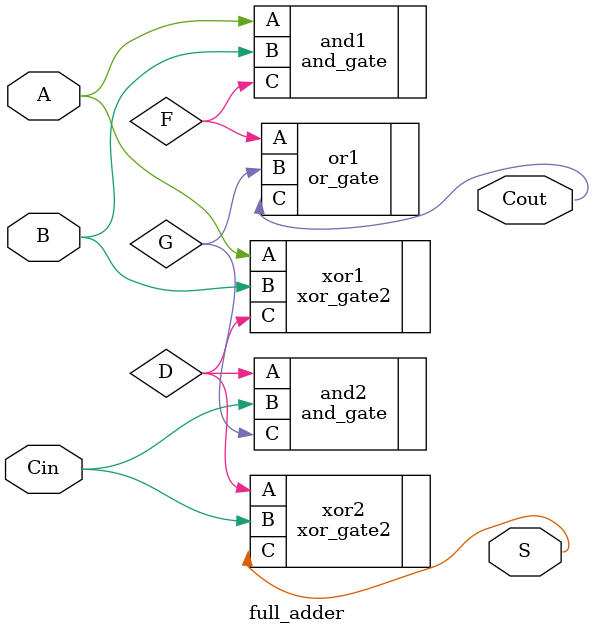
<source format=v>
`timescale 1ns / 10ps


module full_adder(A,B,Cin,S,Cout);
    input wire A;
    input wire B;
    input wire Cin;
    output wire S;
    output wire Cout;
    wire D;
    wire F;
    wire G;
    xor_gate2 xor1(.A(A),.B(B),.C(D));
    xor_gate2 xor2(.A(D),.B(Cin),.C(S));
    
    and_gate and1(.A(A),.B(B),.C(F));
   
    and_gate and2(.A(D),.B(Cin),.C(G));
    or_gate or1(.A(F),.B(G),.C(Cout));
endmodule

</source>
